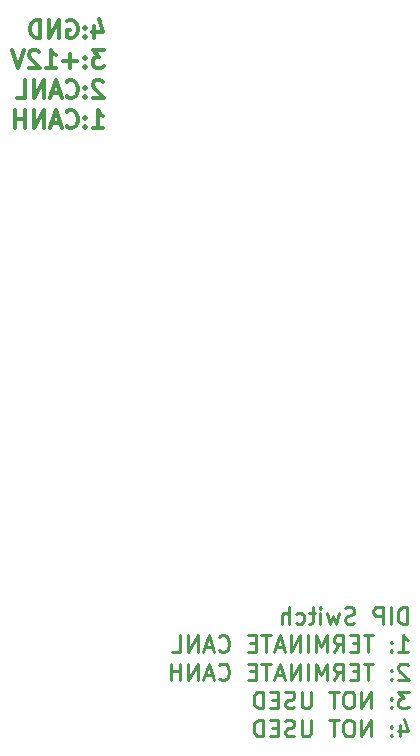
<source format=gbo>
G04 #@! TF.FileFunction,Legend,Bot*
%FSLAX46Y46*%
G04 Gerber Fmt 4.6, Leading zero omitted, Abs format (unit mm)*
G04 Created by KiCad (PCBNEW 4.0.7) date Saturday, May 19, 2018 'PMt' 08:52:02 PM*
%MOMM*%
%LPD*%
G01*
G04 APERTURE LIST*
%ADD10C,0.100000*%
%ADD11C,0.300000*%
%ADD12C,0.280000*%
%ADD13O,12.400000X7.900000*%
%ADD14R,2.100000X2.100000*%
%ADD15O,2.100000X2.100000*%
%ADD16C,1.400000*%
%ADD17C,0.480000*%
%ADD18R,1.400000X1.400000*%
%ADD19O,1.400000X1.400000*%
%ADD20R,2.000000X2.000000*%
%ADD21O,2.000000X2.000000*%
G04 APERTURE END LIST*
D10*
D11*
X231200000Y-58253571D02*
X231200000Y-59253571D01*
X231557143Y-57682143D02*
X231914286Y-58753571D01*
X230985714Y-58753571D01*
X230414286Y-59110714D02*
X230342858Y-59182143D01*
X230414286Y-59253571D01*
X230485715Y-59182143D01*
X230414286Y-59110714D01*
X230414286Y-59253571D01*
X230414286Y-58325000D02*
X230342858Y-58396429D01*
X230414286Y-58467857D01*
X230485715Y-58396429D01*
X230414286Y-58325000D01*
X230414286Y-58467857D01*
X228914286Y-57825000D02*
X229057143Y-57753571D01*
X229271429Y-57753571D01*
X229485714Y-57825000D01*
X229628572Y-57967857D01*
X229700000Y-58110714D01*
X229771429Y-58396429D01*
X229771429Y-58610714D01*
X229700000Y-58896429D01*
X229628572Y-59039286D01*
X229485714Y-59182143D01*
X229271429Y-59253571D01*
X229128572Y-59253571D01*
X228914286Y-59182143D01*
X228842857Y-59110714D01*
X228842857Y-58610714D01*
X229128572Y-58610714D01*
X228200000Y-59253571D02*
X228200000Y-57753571D01*
X227342857Y-59253571D01*
X227342857Y-57753571D01*
X226628571Y-59253571D02*
X226628571Y-57753571D01*
X226271428Y-57753571D01*
X226057143Y-57825000D01*
X225914285Y-57967857D01*
X225842857Y-58110714D01*
X225771428Y-58396429D01*
X225771428Y-58610714D01*
X225842857Y-58896429D01*
X225914285Y-59039286D01*
X226057143Y-59182143D01*
X226271428Y-59253571D01*
X226628571Y-59253571D01*
X231985714Y-60303571D02*
X231057143Y-60303571D01*
X231557143Y-60875000D01*
X231342857Y-60875000D01*
X231200000Y-60946429D01*
X231128571Y-61017857D01*
X231057143Y-61160714D01*
X231057143Y-61517857D01*
X231128571Y-61660714D01*
X231200000Y-61732143D01*
X231342857Y-61803571D01*
X231771429Y-61803571D01*
X231914286Y-61732143D01*
X231985714Y-61660714D01*
X230414286Y-61660714D02*
X230342858Y-61732143D01*
X230414286Y-61803571D01*
X230485715Y-61732143D01*
X230414286Y-61660714D01*
X230414286Y-61803571D01*
X230414286Y-60875000D02*
X230342858Y-60946429D01*
X230414286Y-61017857D01*
X230485715Y-60946429D01*
X230414286Y-60875000D01*
X230414286Y-61017857D01*
X229700000Y-61232143D02*
X228557143Y-61232143D01*
X229128572Y-61803571D02*
X229128572Y-60660714D01*
X227057143Y-61803571D02*
X227914286Y-61803571D01*
X227485714Y-61803571D02*
X227485714Y-60303571D01*
X227628571Y-60517857D01*
X227771429Y-60660714D01*
X227914286Y-60732143D01*
X226485715Y-60446429D02*
X226414286Y-60375000D01*
X226271429Y-60303571D01*
X225914286Y-60303571D01*
X225771429Y-60375000D01*
X225700000Y-60446429D01*
X225628572Y-60589286D01*
X225628572Y-60732143D01*
X225700000Y-60946429D01*
X226557143Y-61803571D01*
X225628572Y-61803571D01*
X225200001Y-60303571D02*
X224700001Y-61803571D01*
X224200001Y-60303571D01*
X231914286Y-62996429D02*
X231842857Y-62925000D01*
X231700000Y-62853571D01*
X231342857Y-62853571D01*
X231200000Y-62925000D01*
X231128571Y-62996429D01*
X231057143Y-63139286D01*
X231057143Y-63282143D01*
X231128571Y-63496429D01*
X231985714Y-64353571D01*
X231057143Y-64353571D01*
X230414286Y-64210714D02*
X230342858Y-64282143D01*
X230414286Y-64353571D01*
X230485715Y-64282143D01*
X230414286Y-64210714D01*
X230414286Y-64353571D01*
X230414286Y-63425000D02*
X230342858Y-63496429D01*
X230414286Y-63567857D01*
X230485715Y-63496429D01*
X230414286Y-63425000D01*
X230414286Y-63567857D01*
X228842857Y-64210714D02*
X228914286Y-64282143D01*
X229128572Y-64353571D01*
X229271429Y-64353571D01*
X229485714Y-64282143D01*
X229628572Y-64139286D01*
X229700000Y-63996429D01*
X229771429Y-63710714D01*
X229771429Y-63496429D01*
X229700000Y-63210714D01*
X229628572Y-63067857D01*
X229485714Y-62925000D01*
X229271429Y-62853571D01*
X229128572Y-62853571D01*
X228914286Y-62925000D01*
X228842857Y-62996429D01*
X228271429Y-63925000D02*
X227557143Y-63925000D01*
X228414286Y-64353571D02*
X227914286Y-62853571D01*
X227414286Y-64353571D01*
X226914286Y-64353571D02*
X226914286Y-62853571D01*
X226057143Y-64353571D01*
X226057143Y-62853571D01*
X224628571Y-64353571D02*
X225342857Y-64353571D01*
X225342857Y-62853571D01*
X231057143Y-66903571D02*
X231914286Y-66903571D01*
X231485714Y-66903571D02*
X231485714Y-65403571D01*
X231628571Y-65617857D01*
X231771429Y-65760714D01*
X231914286Y-65832143D01*
X230414286Y-66760714D02*
X230342858Y-66832143D01*
X230414286Y-66903571D01*
X230485715Y-66832143D01*
X230414286Y-66760714D01*
X230414286Y-66903571D01*
X230414286Y-65975000D02*
X230342858Y-66046429D01*
X230414286Y-66117857D01*
X230485715Y-66046429D01*
X230414286Y-65975000D01*
X230414286Y-66117857D01*
X228842857Y-66760714D02*
X228914286Y-66832143D01*
X229128572Y-66903571D01*
X229271429Y-66903571D01*
X229485714Y-66832143D01*
X229628572Y-66689286D01*
X229700000Y-66546429D01*
X229771429Y-66260714D01*
X229771429Y-66046429D01*
X229700000Y-65760714D01*
X229628572Y-65617857D01*
X229485714Y-65475000D01*
X229271429Y-65403571D01*
X229128572Y-65403571D01*
X228914286Y-65475000D01*
X228842857Y-65546429D01*
X228271429Y-66475000D02*
X227557143Y-66475000D01*
X228414286Y-66903571D02*
X227914286Y-65403571D01*
X227414286Y-66903571D01*
X226914286Y-66903571D02*
X226914286Y-65403571D01*
X226057143Y-66903571D01*
X226057143Y-65403571D01*
X225342857Y-66903571D02*
X225342857Y-65403571D01*
X225342857Y-66117857D02*
X224485714Y-66117857D01*
X224485714Y-66903571D02*
X224485714Y-65403571D01*
D12*
X257666667Y-108873333D02*
X257666667Y-107473333D01*
X257333333Y-107473333D01*
X257133333Y-107540000D01*
X257000000Y-107673333D01*
X256933333Y-107806667D01*
X256866667Y-108073333D01*
X256866667Y-108273333D01*
X256933333Y-108540000D01*
X257000000Y-108673333D01*
X257133333Y-108806667D01*
X257333333Y-108873333D01*
X257666667Y-108873333D01*
X256266667Y-108873333D02*
X256266667Y-107473333D01*
X255600000Y-108873333D02*
X255600000Y-107473333D01*
X255066666Y-107473333D01*
X254933333Y-107540000D01*
X254866666Y-107606667D01*
X254800000Y-107740000D01*
X254800000Y-107940000D01*
X254866666Y-108073333D01*
X254933333Y-108140000D01*
X255066666Y-108206667D01*
X255600000Y-108206667D01*
X253199999Y-108806667D02*
X252999999Y-108873333D01*
X252666666Y-108873333D01*
X252533333Y-108806667D01*
X252466666Y-108740000D01*
X252399999Y-108606667D01*
X252399999Y-108473333D01*
X252466666Y-108340000D01*
X252533333Y-108273333D01*
X252666666Y-108206667D01*
X252933333Y-108140000D01*
X253066666Y-108073333D01*
X253133333Y-108006667D01*
X253199999Y-107873333D01*
X253199999Y-107740000D01*
X253133333Y-107606667D01*
X253066666Y-107540000D01*
X252933333Y-107473333D01*
X252599999Y-107473333D01*
X252399999Y-107540000D01*
X251933333Y-107940000D02*
X251666666Y-108873333D01*
X251400000Y-108206667D01*
X251133333Y-108873333D01*
X250866666Y-107940000D01*
X250333333Y-108873333D02*
X250333333Y-107940000D01*
X250333333Y-107473333D02*
X250399999Y-107540000D01*
X250333333Y-107606667D01*
X250266666Y-107540000D01*
X250333333Y-107473333D01*
X250333333Y-107606667D01*
X249866666Y-107940000D02*
X249333332Y-107940000D01*
X249666666Y-107473333D02*
X249666666Y-108673333D01*
X249599999Y-108806667D01*
X249466666Y-108873333D01*
X249333332Y-108873333D01*
X248266666Y-108806667D02*
X248399999Y-108873333D01*
X248666666Y-108873333D01*
X248799999Y-108806667D01*
X248866666Y-108740000D01*
X248933332Y-108606667D01*
X248933332Y-108206667D01*
X248866666Y-108073333D01*
X248799999Y-108006667D01*
X248666666Y-107940000D01*
X248399999Y-107940000D01*
X248266666Y-108006667D01*
X247666666Y-108873333D02*
X247666666Y-107473333D01*
X247066666Y-108873333D02*
X247066666Y-108140000D01*
X247133332Y-108006667D01*
X247266666Y-107940000D01*
X247466666Y-107940000D01*
X247599999Y-108006667D01*
X247666666Y-108073333D01*
X256933333Y-111253333D02*
X257733333Y-111253333D01*
X257333333Y-111253333D02*
X257333333Y-109853333D01*
X257466667Y-110053333D01*
X257600000Y-110186667D01*
X257733333Y-110253333D01*
X256333334Y-111120000D02*
X256266667Y-111186667D01*
X256333334Y-111253333D01*
X256400000Y-111186667D01*
X256333334Y-111120000D01*
X256333334Y-111253333D01*
X256333334Y-110386667D02*
X256266667Y-110453333D01*
X256333334Y-110520000D01*
X256400000Y-110453333D01*
X256333334Y-110386667D01*
X256333334Y-110520000D01*
X254800000Y-109853333D02*
X254000000Y-109853333D01*
X254400000Y-111253333D02*
X254400000Y-109853333D01*
X253533333Y-110520000D02*
X253066666Y-110520000D01*
X252866666Y-111253333D02*
X253533333Y-111253333D01*
X253533333Y-109853333D01*
X252866666Y-109853333D01*
X251466666Y-111253333D02*
X251933332Y-110586667D01*
X252266666Y-111253333D02*
X252266666Y-109853333D01*
X251733332Y-109853333D01*
X251599999Y-109920000D01*
X251533332Y-109986667D01*
X251466666Y-110120000D01*
X251466666Y-110320000D01*
X251533332Y-110453333D01*
X251599999Y-110520000D01*
X251733332Y-110586667D01*
X252266666Y-110586667D01*
X250866666Y-111253333D02*
X250866666Y-109853333D01*
X250399999Y-110853333D01*
X249933332Y-109853333D01*
X249933332Y-111253333D01*
X249266666Y-111253333D02*
X249266666Y-109853333D01*
X248599999Y-111253333D02*
X248599999Y-109853333D01*
X247799999Y-111253333D01*
X247799999Y-109853333D01*
X247199998Y-110853333D02*
X246533332Y-110853333D01*
X247333332Y-111253333D02*
X246866665Y-109853333D01*
X246399998Y-111253333D01*
X246133332Y-109853333D02*
X245333332Y-109853333D01*
X245733332Y-111253333D02*
X245733332Y-109853333D01*
X244866665Y-110520000D02*
X244399998Y-110520000D01*
X244199998Y-111253333D02*
X244866665Y-111253333D01*
X244866665Y-109853333D01*
X244199998Y-109853333D01*
X241733331Y-111120000D02*
X241799997Y-111186667D01*
X241999997Y-111253333D01*
X242133331Y-111253333D01*
X242333331Y-111186667D01*
X242466664Y-111053333D01*
X242533331Y-110920000D01*
X242599997Y-110653333D01*
X242599997Y-110453333D01*
X242533331Y-110186667D01*
X242466664Y-110053333D01*
X242333331Y-109920000D01*
X242133331Y-109853333D01*
X241999997Y-109853333D01*
X241799997Y-109920000D01*
X241733331Y-109986667D01*
X241199997Y-110853333D02*
X240533331Y-110853333D01*
X241333331Y-111253333D02*
X240866664Y-109853333D01*
X240399997Y-111253333D01*
X239933331Y-111253333D02*
X239933331Y-109853333D01*
X239133331Y-111253333D01*
X239133331Y-109853333D01*
X237799997Y-111253333D02*
X238466664Y-111253333D01*
X238466664Y-109853333D01*
X257733333Y-112366667D02*
X257666667Y-112300000D01*
X257533333Y-112233333D01*
X257200000Y-112233333D01*
X257066667Y-112300000D01*
X257000000Y-112366667D01*
X256933333Y-112500000D01*
X256933333Y-112633333D01*
X257000000Y-112833333D01*
X257800000Y-113633333D01*
X256933333Y-113633333D01*
X256333334Y-113500000D02*
X256266667Y-113566667D01*
X256333334Y-113633333D01*
X256400000Y-113566667D01*
X256333334Y-113500000D01*
X256333334Y-113633333D01*
X256333334Y-112766667D02*
X256266667Y-112833333D01*
X256333334Y-112900000D01*
X256400000Y-112833333D01*
X256333334Y-112766667D01*
X256333334Y-112900000D01*
X254800000Y-112233333D02*
X254000000Y-112233333D01*
X254400000Y-113633333D02*
X254400000Y-112233333D01*
X253533333Y-112900000D02*
X253066666Y-112900000D01*
X252866666Y-113633333D02*
X253533333Y-113633333D01*
X253533333Y-112233333D01*
X252866666Y-112233333D01*
X251466666Y-113633333D02*
X251933332Y-112966667D01*
X252266666Y-113633333D02*
X252266666Y-112233333D01*
X251733332Y-112233333D01*
X251599999Y-112300000D01*
X251533332Y-112366667D01*
X251466666Y-112500000D01*
X251466666Y-112700000D01*
X251533332Y-112833333D01*
X251599999Y-112900000D01*
X251733332Y-112966667D01*
X252266666Y-112966667D01*
X250866666Y-113633333D02*
X250866666Y-112233333D01*
X250399999Y-113233333D01*
X249933332Y-112233333D01*
X249933332Y-113633333D01*
X249266666Y-113633333D02*
X249266666Y-112233333D01*
X248599999Y-113633333D02*
X248599999Y-112233333D01*
X247799999Y-113633333D01*
X247799999Y-112233333D01*
X247199998Y-113233333D02*
X246533332Y-113233333D01*
X247333332Y-113633333D02*
X246866665Y-112233333D01*
X246399998Y-113633333D01*
X246133332Y-112233333D02*
X245333332Y-112233333D01*
X245733332Y-113633333D02*
X245733332Y-112233333D01*
X244866665Y-112900000D02*
X244399998Y-112900000D01*
X244199998Y-113633333D02*
X244866665Y-113633333D01*
X244866665Y-112233333D01*
X244199998Y-112233333D01*
X241733331Y-113500000D02*
X241799997Y-113566667D01*
X241999997Y-113633333D01*
X242133331Y-113633333D01*
X242333331Y-113566667D01*
X242466664Y-113433333D01*
X242533331Y-113300000D01*
X242599997Y-113033333D01*
X242599997Y-112833333D01*
X242533331Y-112566667D01*
X242466664Y-112433333D01*
X242333331Y-112300000D01*
X242133331Y-112233333D01*
X241999997Y-112233333D01*
X241799997Y-112300000D01*
X241733331Y-112366667D01*
X241199997Y-113233333D02*
X240533331Y-113233333D01*
X241333331Y-113633333D02*
X240866664Y-112233333D01*
X240399997Y-113633333D01*
X239933331Y-113633333D02*
X239933331Y-112233333D01*
X239133331Y-113633333D01*
X239133331Y-112233333D01*
X238466664Y-113633333D02*
X238466664Y-112233333D01*
X238466664Y-112900000D02*
X237666664Y-112900000D01*
X237666664Y-113633333D02*
X237666664Y-112233333D01*
X257800000Y-114613333D02*
X256933333Y-114613333D01*
X257400000Y-115146667D01*
X257200000Y-115146667D01*
X257066667Y-115213333D01*
X257000000Y-115280000D01*
X256933333Y-115413333D01*
X256933333Y-115746667D01*
X257000000Y-115880000D01*
X257066667Y-115946667D01*
X257200000Y-116013333D01*
X257600000Y-116013333D01*
X257733333Y-115946667D01*
X257800000Y-115880000D01*
X256333334Y-115880000D02*
X256266667Y-115946667D01*
X256333334Y-116013333D01*
X256400000Y-115946667D01*
X256333334Y-115880000D01*
X256333334Y-116013333D01*
X256333334Y-115146667D02*
X256266667Y-115213333D01*
X256333334Y-115280000D01*
X256400000Y-115213333D01*
X256333334Y-115146667D01*
X256333334Y-115280000D01*
X254600000Y-116013333D02*
X254600000Y-114613333D01*
X253800000Y-116013333D01*
X253800000Y-114613333D01*
X252866666Y-114613333D02*
X252599999Y-114613333D01*
X252466666Y-114680000D01*
X252333333Y-114813333D01*
X252266666Y-115080000D01*
X252266666Y-115546667D01*
X252333333Y-115813333D01*
X252466666Y-115946667D01*
X252599999Y-116013333D01*
X252866666Y-116013333D01*
X252999999Y-115946667D01*
X253133333Y-115813333D01*
X253199999Y-115546667D01*
X253199999Y-115080000D01*
X253133333Y-114813333D01*
X252999999Y-114680000D01*
X252866666Y-114613333D01*
X251866666Y-114613333D02*
X251066666Y-114613333D01*
X251466666Y-116013333D02*
X251466666Y-114613333D01*
X249533332Y-114613333D02*
X249533332Y-115746667D01*
X249466665Y-115880000D01*
X249399998Y-115946667D01*
X249266665Y-116013333D01*
X248999998Y-116013333D01*
X248866665Y-115946667D01*
X248799998Y-115880000D01*
X248733332Y-115746667D01*
X248733332Y-114613333D01*
X248133331Y-115946667D02*
X247933331Y-116013333D01*
X247599998Y-116013333D01*
X247466665Y-115946667D01*
X247399998Y-115880000D01*
X247333331Y-115746667D01*
X247333331Y-115613333D01*
X247399998Y-115480000D01*
X247466665Y-115413333D01*
X247599998Y-115346667D01*
X247866665Y-115280000D01*
X247999998Y-115213333D01*
X248066665Y-115146667D01*
X248133331Y-115013333D01*
X248133331Y-114880000D01*
X248066665Y-114746667D01*
X247999998Y-114680000D01*
X247866665Y-114613333D01*
X247533331Y-114613333D01*
X247333331Y-114680000D01*
X246733332Y-115280000D02*
X246266665Y-115280000D01*
X246066665Y-116013333D02*
X246733332Y-116013333D01*
X246733332Y-114613333D01*
X246066665Y-114613333D01*
X245466665Y-116013333D02*
X245466665Y-114613333D01*
X245133331Y-114613333D01*
X244933331Y-114680000D01*
X244799998Y-114813333D01*
X244733331Y-114946667D01*
X244666665Y-115213333D01*
X244666665Y-115413333D01*
X244733331Y-115680000D01*
X244799998Y-115813333D01*
X244933331Y-115946667D01*
X245133331Y-116013333D01*
X245466665Y-116013333D01*
X257066667Y-117460000D02*
X257066667Y-118393333D01*
X257400000Y-116926667D02*
X257733333Y-117926667D01*
X256866667Y-117926667D01*
X256333334Y-118260000D02*
X256266667Y-118326667D01*
X256333334Y-118393333D01*
X256400000Y-118326667D01*
X256333334Y-118260000D01*
X256333334Y-118393333D01*
X256333334Y-117526667D02*
X256266667Y-117593333D01*
X256333334Y-117660000D01*
X256400000Y-117593333D01*
X256333334Y-117526667D01*
X256333334Y-117660000D01*
X254600000Y-118393333D02*
X254600000Y-116993333D01*
X253800000Y-118393333D01*
X253800000Y-116993333D01*
X252866666Y-116993333D02*
X252599999Y-116993333D01*
X252466666Y-117060000D01*
X252333333Y-117193333D01*
X252266666Y-117460000D01*
X252266666Y-117926667D01*
X252333333Y-118193333D01*
X252466666Y-118326667D01*
X252599999Y-118393333D01*
X252866666Y-118393333D01*
X252999999Y-118326667D01*
X253133333Y-118193333D01*
X253199999Y-117926667D01*
X253199999Y-117460000D01*
X253133333Y-117193333D01*
X252999999Y-117060000D01*
X252866666Y-116993333D01*
X251866666Y-116993333D02*
X251066666Y-116993333D01*
X251466666Y-118393333D02*
X251466666Y-116993333D01*
X249533332Y-116993333D02*
X249533332Y-118126667D01*
X249466665Y-118260000D01*
X249399998Y-118326667D01*
X249266665Y-118393333D01*
X248999998Y-118393333D01*
X248866665Y-118326667D01*
X248799998Y-118260000D01*
X248733332Y-118126667D01*
X248733332Y-116993333D01*
X248133331Y-118326667D02*
X247933331Y-118393333D01*
X247599998Y-118393333D01*
X247466665Y-118326667D01*
X247399998Y-118260000D01*
X247333331Y-118126667D01*
X247333331Y-117993333D01*
X247399998Y-117860000D01*
X247466665Y-117793333D01*
X247599998Y-117726667D01*
X247866665Y-117660000D01*
X247999998Y-117593333D01*
X248066665Y-117526667D01*
X248133331Y-117393333D01*
X248133331Y-117260000D01*
X248066665Y-117126667D01*
X247999998Y-117060000D01*
X247866665Y-116993333D01*
X247533331Y-116993333D01*
X247333331Y-117060000D01*
X246733332Y-117660000D02*
X246266665Y-117660000D01*
X246066665Y-118393333D02*
X246733332Y-118393333D01*
X246733332Y-116993333D01*
X246066665Y-116993333D01*
X245466665Y-118393333D02*
X245466665Y-116993333D01*
X245133331Y-116993333D01*
X244933331Y-117060000D01*
X244799998Y-117193333D01*
X244733331Y-117326667D01*
X244666665Y-117593333D01*
X244666665Y-117793333D01*
X244733331Y-118060000D01*
X244799998Y-118193333D01*
X244933331Y-118326667D01*
X245133331Y-118393333D01*
X245466665Y-118393333D01*
%LPC*%
D13*
X265000000Y-114500000D03*
D14*
X261000000Y-68000000D03*
D15*
X258460000Y-68000000D03*
X261000000Y-70540000D03*
X258460000Y-70540000D03*
X261000000Y-73080000D03*
X258460000Y-73080000D03*
X261000000Y-75620000D03*
X258460000Y-75620000D03*
X261000000Y-78160000D03*
X258460000Y-78160000D03*
X261000000Y-80700000D03*
X258460000Y-80700000D03*
X261000000Y-83240000D03*
X258460000Y-83240000D03*
X261000000Y-85780000D03*
X258460000Y-85780000D03*
X261000000Y-88320000D03*
X258460000Y-88320000D03*
X261000000Y-90860000D03*
X258460000Y-90860000D03*
D14*
X233680000Y-114300000D03*
D15*
X233680000Y-111760000D03*
X233680000Y-109220000D03*
D16*
X254000000Y-56134000D03*
X251460000Y-58674000D03*
X256540000Y-58674000D03*
D17*
X238750000Y-61250000D03*
X238750000Y-62200000D03*
X238750000Y-60300000D03*
D18*
X256930000Y-99060000D03*
D19*
X258200000Y-99060000D03*
X256930000Y-100330000D03*
X258200000Y-100330000D03*
X256930000Y-101600000D03*
X258200000Y-101600000D03*
X256930000Y-102870000D03*
X258200000Y-102870000D03*
X256930000Y-104140000D03*
X258200000Y-104140000D03*
D14*
X233680000Y-66040000D03*
D15*
X233680000Y-63500000D03*
X233680000Y-60960000D03*
X233680000Y-58420000D03*
D20*
X243920000Y-71620000D03*
D21*
X251540000Y-64000000D03*
X246460000Y-71620000D03*
X249000000Y-64000000D03*
X249000000Y-71620000D03*
X246460000Y-64000000D03*
X251540000Y-71620000D03*
X243920000Y-64000000D03*
D13*
X265000000Y-60500000D03*
M02*

</source>
